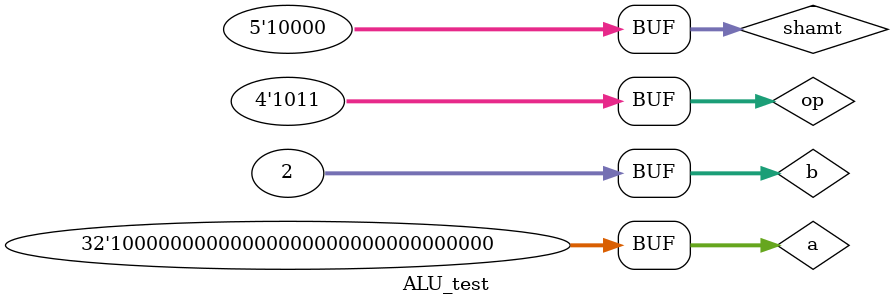
<source format=v>
`timescale 1ns / 1ps


module ALU_test;

	// Inputs
	reg [31:0] a;
	reg [31:0] b;
	reg [3:0] op;
	reg [4:0] shamt;

	// Outputs
	wire [31:0] result;
	wire fZero;
	wire fSign;
	wire fCarry;

	// Instantiate the Unit Under Test (UUT)
	ALU uut (
		.a(a), 
		.b(b), 
		.op(op), 
		.shamt(shamt), 
		.result(result), 
		.fZero(fZero), 
		.fSign(fSign), 
		.fCarry(fCarry)
	);

	initial begin
		// Initialize Inputs
		a = 0;
		b = 0;
		op = 0;
		shamt = 0;

		#50;
		a = 32'd12; b = 32'd 10; op = 4'b0001; #50; // add
		b = 32'd10; op = 4'b0101; #50 // complement
		a = 32'd8; b = 32'd8; op = 4'b0011; #50; //xor
		op = 4'b0010; #50; //and
		a = 32'd4; op = 4'b1100; shamt = 5'd2; #50; // shift-left-logical 1 by 2 bits
      a = 32'd8; op = 4'b1110; shamt = 5'd2; #50; // shift-right-logical 8 by 2 bits
		a = 32'd4; op = 4'b1000; shamt = 5'd16; b = 32'd2; #50; // shift-left-variable 1 by 2 bits
		a = -32'd2147483648; op = 4'b1010; shamt = 5'd16; b = 32'd2; #50; // shift-right-logical-variable 8 by 2 bits
		a = 32'd8; op = 4'b1111; shamt = 5'd2;  b = 32'd50; #50; // shift-right-arithmatic 8 by 2 bits
		a = -32'd2147483648; op = 4'b1011; shamt = 5'd16;  b = 32'd2; #50; // shift-right-arithmatic-variable 8 by 2 bits

	end
      
endmodule


</source>
